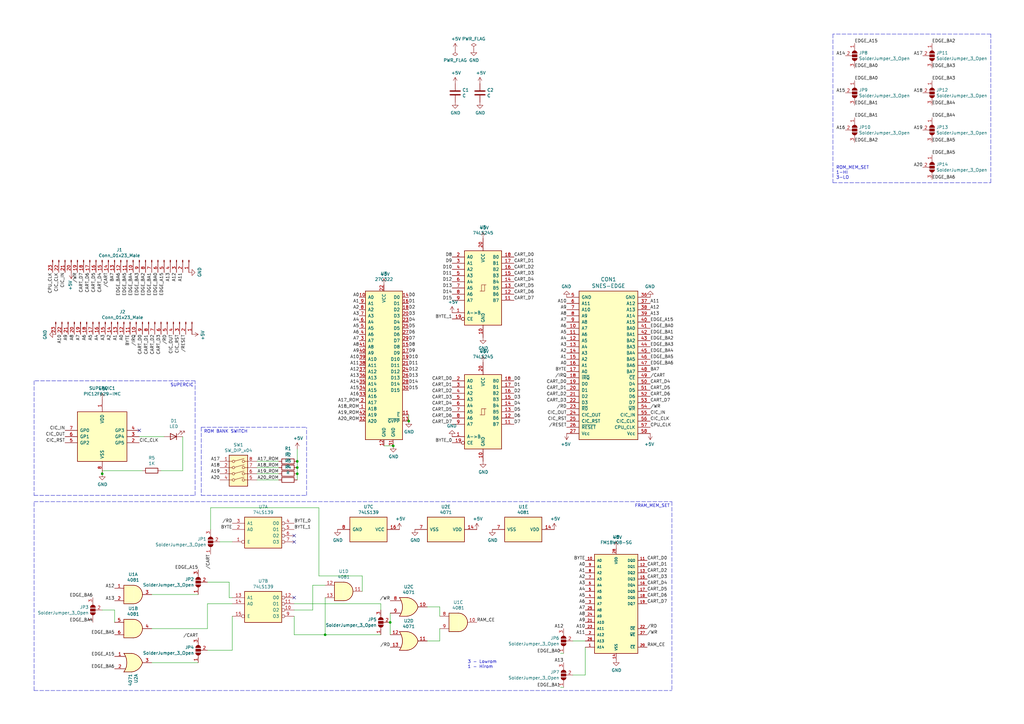
<source format=kicad_sch>
(kicad_sch (version 20211123) (generator eeschema)
  (paper "A3")
  (junction (at 133.35 260.35))
  (junction (at 161.29 182.88))
  (junction (at 121.92 189.23))
  (junction (at 41.91 194.31))
  (junction (at 160.02 255.27))
  (junction (at 121.92 194.31))
  (junction (at 167.64 172.72))
  (junction (at 121.92 191.77))
  (no_connect (at 120.65 222.25))
  (no_connect (at 57.15 176.53))
  (no_connect (at 120.65 219.71))
  (no_connect (at 120.65 245.11))
  (wire (pts (xy 180.34 248.92) (xy 180.34 252.73)))
  (wire (pts (xy 95.25 245.11) (xy 93.98 245.11)))
  (wire (pts (xy 240.03 276.86) (xy 234.95 276.86)))
  (wire (pts (xy 231.14 281.94) (xy 229.87 281.94)))
  (wire (pts (xy 66.04 193.04) (xy 74.93 193.04)))
  (wire (pts (xy 95.25 266.7) (xy 95.25 252.73)))
  (wire (pts (xy 105.41 191.77) (xy 114.3 191.77)))
  (wire (pts (xy 133.35 240.03) (xy 128.27 240.03)))
  (wire (pts (xy 157.48 182.88) (xy 161.29 182.88)))
  (wire (pts (xy 58.42 193.04) (xy 41.91 193.04)))
  (wire (pts (xy 130.81 236.22) (xy 130.81 208.28)))
  (wire (pts (xy 148.59 236.22) (xy 130.81 236.22)))
  (polyline (pts (xy 82.55 175.26) (xy 125.73 175.26)))
  (polyline (pts (xy 275.59 205.74) (xy 275.59 283.21)))
  (polyline (pts (xy 13.97 283.21) (xy 275.59 283.21)))
  (wire (pts (xy 90.17 222.25) (xy 95.25 222.25)))
  (polyline (pts (xy 80.01 203.2) (xy 80.01 156.21)))
  (polyline (pts (xy 406.4 13.97) (xy 341.63 13.97)))
  (wire (pts (xy 120.65 260.35) (xy 120.65 252.73)))
  (wire (pts (xy 130.81 208.28) (xy 86.36 208.28)))
  (wire (pts (xy 121.92 189.23) (xy 121.92 184.15)))
  (wire (pts (xy 41.91 193.04) (xy 41.91 194.31)))
  (wire (pts (xy 121.92 196.85) (xy 121.92 194.31)))
  (polyline (pts (xy 82.55 203.2) (xy 125.73 203.2)))
  (wire (pts (xy 160.02 251.46) (xy 160.02 255.27)))
  (wire (pts (xy 231.14 267.97) (xy 229.87 267.97)))
  (wire (pts (xy 46.99 250.19) (xy 41.91 250.19)))
  (wire (pts (xy 240.03 265.43) (xy 240.03 276.86)))
  (wire (pts (xy 62.23 257.81) (xy 85.09 257.81)))
  (polyline (pts (xy 341.63 74.93) (xy 406.4 74.93)))
  (polyline (pts (xy 80.01 156.21) (xy 13.97 156.21)))
  (wire (pts (xy 105.41 196.85) (xy 114.3 196.85)))
  (wire (pts (xy 175.26 248.92) (xy 180.34 248.92)))
  (wire (pts (xy 57.15 179.07) (xy 67.31 179.07)))
  (polyline (pts (xy 341.63 13.97) (xy 341.63 74.93)))
  (wire (pts (xy 180.34 262.89) (xy 180.34 257.81)))
  (wire (pts (xy 105.41 194.31) (xy 114.3 194.31)))
  (wire (pts (xy 133.35 245.11) (xy 133.35 260.35)))
  (wire (pts (xy 121.92 191.77) (xy 121.92 194.31)))
  (wire (pts (xy 85.09 238.76) (xy 93.98 238.76)))
  (wire (pts (xy 133.35 260.35) (xy 120.65 260.35)))
  (wire (pts (xy 128.27 250.19) (xy 120.65 250.19)))
  (wire (pts (xy 160.02 255.27) (xy 160.02 260.35)))
  (polyline (pts (xy 125.73 203.2) (xy 125.73 175.26)))
  (polyline (pts (xy 13.97 283.21) (xy 13.97 205.74)))
  (polyline (pts (xy 13.97 156.21) (xy 13.97 203.2)))
  (wire (pts (xy 74.93 179.07) (xy 74.93 193.04)))
  (wire (pts (xy 175.26 262.89) (xy 180.34 262.89)))
  (wire (pts (xy 62.23 243.84) (xy 81.28 243.84)))
  (wire (pts (xy 121.92 191.77) (xy 121.92 189.23)))
  (wire (pts (xy 148.59 242.57) (xy 148.59 236.22)))
  (wire (pts (xy 86.36 208.28) (xy 86.36 217.17)))
  (wire (pts (xy 156.21 250.19) (xy 156.21 247.65)))
  (wire (pts (xy 95.25 247.65) (xy 85.09 247.65)))
  (wire (pts (xy 156.21 260.35) (xy 133.35 260.35)))
  (polyline (pts (xy 82.55 175.26) (xy 82.55 203.2)))
  (wire (pts (xy 62.23 271.78) (xy 81.28 271.78)))
  (polyline (pts (xy 13.97 203.2) (xy 80.01 203.2)))
  (wire (pts (xy 128.27 240.03) (xy 128.27 250.19)))
  (wire (pts (xy 167.64 170.18) (xy 167.64 172.72)))
  (wire (pts (xy 85.09 247.65) (xy 85.09 257.81)))
  (wire (pts (xy 156.21 247.65) (xy 120.65 247.65)))
  (wire (pts (xy 85.09 266.7) (xy 95.25 266.7)))
  (wire (pts (xy 234.95 262.89) (xy 240.03 262.89)))
  (wire (pts (xy 46.99 255.27) (xy 46.99 250.19)))
  (polyline (pts (xy 406.4 74.93) (xy 406.4 13.97)))
  (polyline (pts (xy 13.97 205.74) (xy 275.59 205.74)))
  (wire (pts (xy 93.98 245.11) (xy 93.98 238.76)))
  (wire (pts (xy 105.41 189.23) (xy 114.3 189.23)))
  (text "ROM_MEM_SET\n1-HI\n3-LO\n" (at 342.9 73.66 0) (effects (font (size 1.27 1.27)) (justify left bottom)))
  (text "3 - Lowrom\n1 - Hirom" (at 191.77 274.32 0) (effects (font (size 1.27 1.27)) (justify left bottom)))
  (text "ROM BANK SWITCH\n" (at 101.6 177.8 180) (effects (font (size 1.27 1.27)) (justify right bottom)))
  (text "SUPERCIC\n" (at 69.85 158.75 0) (effects (font (size 1.27 1.27)) (justify left bottom)))
  (text "FRAM_MEM_SET\n" (at 260.35 208.28 0) (effects (font (size 1.27 1.27)) (justify left bottom)))
  (label "EDGE_BA3" (at 382.27 33.02 0))
  (label "A10" (at 232.41 124.46 180))
  (label "EDGE_BA2" (at 382.27 17.78 0))
  (label "CART_D5" (at 185.42 168.91 180))
  (label "A18" (at 90.17 191.77 180))
  (label "CART_D3" (at 232.41 165.1 180))
  (label "D12" (at 185.42 115.57 180))
  (label "CART_D4" (at 265.43 240.03 0))
  (label "A17_ROM" (at 147.32 165.1 180))
  (label "D1" (at 167.64 124.46 0))
  (label "CART_D2" (at 232.41 162.56 180))
  (label "D1" (at 210.82 158.75 0))
  (label "A18_ROM" (at 114.3 191.77 180))
  (label "A9" (at 27.94 137.16 270))
  (label "D6" (at 167.64 137.16 0))
  (label "A20" (at 90.17 196.85 180))
  (label "CART_D1" (at 60.96 137.16 270))
  (label "D0" (at 167.64 121.92 0))
  (label "A1" (at 48.26 137.16 270))
  (label "EDGE_BA1" (at 266.7 137.16 0))
  (label "CART_D3" (at 66.04 137.16 270))
  (label "A7" (at 232.41 132.08 180))
  (label "CART_D2" (at 63.5 137.16 270))
  (label "A19" (at 90.17 194.31 180))
  (label "A4" (at 147.32 132.08 180))
  (label "CART_D6" (at 265.43 245.11 0))
  (label "A0" (at 240.03 232.41 180))
  (label "D7" (at 167.64 139.7 0))
  (label "CART_D5" (at 39.37 111.76 270))
  (label "D5" (at 210.82 168.91 0))
  (label "A6" (at 232.41 134.62 180))
  (label "A8" (at 147.32 142.24 180))
  (label "BYTE_1" (at 120.65 217.17 0))
  (label "EDGE_BA5" (at 382.27 63.5 0))
  (label "D13" (at 167.64 154.94 0))
  (label "CART_D0" (at 265.43 229.87 0))
  (label "A4" (at 40.64 137.16 270))
  (label "EDGE_BA3" (at 57.15 111.76 270))
  (label "BYTE" (at 232.41 152.4 180))
  (label "EDGE_BA0" (at 64.77 111.76 270))
  (label "A2" (at 147.32 127 180))
  (label "EDGE_A15" (at 81.28 233.68 180))
  (label "CPU_CLK" (at 21.59 111.76 270))
  (label "CART_D7" (at 34.29 111.76 270))
  (label "CPU_CLK" (at 266.7 175.26 0))
  (label "CIC_RST" (at 73.66 137.16 270))
  (label "CIC_OUT" (at 26.67 179.07 180))
  (label "CART_D5" (at 266.7 160.02 0))
  (label "CART_D5" (at 210.82 118.11 0))
  (label "CART_D7" (at 210.82 123.19 0))
  (label "A12" (at 266.7 127 0))
  (label "A8" (at 232.41 129.54 180))
  (label "A10" (at 25.4 137.16 270))
  (label "{slash}WR" (at 266.7 167.64 0))
  (label "BYTE" (at 53.34 137.16 270))
  (label "CART_D0" (at 58.42 137.16 270))
  (label "A12" (at 231.14 257.81 180))
  (label "EDGE_BA6" (at 38.1 245.11 180))
  (label "D15" (at 185.42 123.19 180))
  (label "A13" (at 147.32 154.94 180))
  (label "CART_D1" (at 265.43 232.41 0))
  (label "{slash}WR" (at 160.02 246.38 180))
  (label "EDGE_BA1" (at 350.52 43.18 0))
  (label "EDGE_A15" (at 266.7 132.08 0))
  (label "EDGE_A15" (at 67.31 111.76 270))
  (label "EDGE_BA5" (at 52.07 111.76 270))
  (label "D3" (at 210.82 163.83 0))
  (label "EDGE_BA4" (at 54.61 111.76 270))
  (label "D8" (at 167.64 142.24 0))
  (label "CIC_IN" (at 26.67 111.76 270))
  (label "EDGE_BA6" (at 382.27 73.66 0))
  (label "BA7" (at 266.7 152.4 0))
  (label "EDGE_BA2" (at 350.52 58.42 0))
  (label "CIC_CLK" (at 266.7 172.72 0))
  (label "A5" (at 232.41 137.16 180))
  (label "A8" (at 240.03 252.73 180))
  (label "A11" (at 240.03 260.35 180))
  (label "RAM_CE" (at 265.43 265.43 0))
  (label "A5" (at 147.32 134.62 180))
  (label "CART_D6" (at 36.83 111.76 270))
  (label "CART_D0" (at 185.42 156.21 180))
  (label "CIC_OUT" (at 232.41 170.18 180))
  (label "EDGE_BA5" (at 46.99 260.35 180))
  (label "EDGE_BA5" (at 382.27 58.42 0))
  (label "A13" (at 46.99 246.38 180))
  (label "A15" (at 346.71 38.1 180))
  (label "A5" (at 38.1 137.16 270))
  (label "BYTE" (at 240.03 229.87 180))
  (label "A17" (at 378.46 22.86 180))
  (label "A3" (at 240.03 240.03 180))
  (label "D2" (at 210.82 161.29 0))
  (label "A3" (at 43.18 137.16 270))
  (label "A0" (at 232.41 149.86 180))
  (label "A1" (at 232.41 147.32 180))
  (label "A15" (at 147.32 160.02 180))
  (label "D6" (at 210.82 171.45 0))
  (label "A11" (at 266.7 124.46 0))
  (label "A18_ROM" (at 147.32 167.64 180))
  (label "CART_D6" (at 185.42 171.45 180))
  (label "A0" (at 50.8 137.16 270))
  (label "D11" (at 167.64 149.86 0))
  (label "BYTE_0" (at 120.65 214.63 0))
  (label "EDGE_BA2" (at 59.69 111.76 270))
  (label "A10" (at 147.32 147.32 180))
  (label "D8" (at 185.42 105.41 180))
  (label "CART_D2" (at 185.42 161.29 180))
  (label "A10" (at 240.03 257.81 180))
  (label "A7" (at 147.32 139.7 180))
  (label "CART_D4" (at 185.42 166.37 180))
  (label "EDGE_BA6" (at 46.99 274.32 180))
  (label "D3" (at 167.64 129.54 0))
  (label "A2" (at 240.03 237.49 180))
  (label "{slash}RD" (at 95.25 214.63 180))
  (label "{slash}WR" (at 31.75 111.76 270))
  (label "CART_D0" (at 232.41 157.48 180))
  (label "A1" (at 147.32 124.46 180))
  (label "CART_D2" (at 210.82 110.49 0))
  (label "CART_D0" (at 210.82 105.41 0))
  (label "BYTE_0" (at 185.42 181.61 180))
  (label "A4" (at 232.41 139.7 180))
  (label "BA7" (at 46.99 111.76 270))
  (label "CART_D2" (at 265.43 234.95 0))
  (label "A3" (at 232.41 142.24 180))
  (label "EDGE_BA3" (at 382.27 27.94 0))
  (label "A7" (at 240.03 250.19 180))
  (label "CIC_IN" (at 266.7 170.18 0))
  (label "{slash}RD" (at 265.43 257.81 0))
  (label "{slash}RESET" (at 76.2 137.16 270))
  (label "A0" (at 147.32 121.92 180))
  (label "EDGE_BA5" (at 266.7 147.32 0))
  (label "A7" (at 33.02 137.16 270))
  (label "A9" (at 147.32 144.78 180))
  (label "EDGE_BA2" (at 266.7 139.7 0))
  (label "A6" (at 147.32 137.16 180))
  (label "A19_ROM" (at 147.32 170.18 180))
  (label "{slash}CART" (at 44.45 111.76 270))
  (label "{slash}RESET" (at 232.41 175.26 180))
  (label "{slash}WR" (at 265.43 260.35 0))
  (label "D12" (at 167.64 152.4 0))
  (label "EDGE_BA6" (at 266.7 149.86 0))
  (label "A12" (at 46.99 241.3 180))
  (label "CART_D3" (at 210.82 113.03 0))
  (label "A1" (at 240.03 234.95 180))
  (label "EDGE_BA4" (at 382.27 43.18 0))
  (label "{slash}CART" (at 266.7 154.94 0))
  (label "A20" (at 378.46 68.58 180))
  (label "EDGE_BA3" (at 266.7 142.24 0))
  (label "EDGE_BA0" (at 350.52 33.02 0))
  (label "A19_ROM" (at 114.3 194.31 180))
  (label "D7" (at 210.82 173.99 0))
  (label "D9" (at 167.64 144.78 0))
  (label "EDGE_BA0" (at 350.52 27.94 0))
  (label "A19" (at 378.46 53.34 180))
  (label "CART_D3" (at 265.43 237.49 0))
  (label "D11" (at 185.42 113.03 180))
  (label "D14" (at 185.42 120.65 180))
  (label "CART_D6" (at 210.82 120.65 0))
  (label "EDGE_BA1" (at 350.52 48.26 0))
  (label "A2" (at 45.72 137.16 270))
  (label "CIC_CLK" (at 57.15 181.61 0))
  (label "A20_ROM" (at 114.3 196.85 180))
  (label "D13" (at 185.42 118.11 180))
  (label "A13" (at 266.7 129.54 0))
  (label "EDGE_BA1" (at 62.23 111.76 270))
  (label "A9" (at 240.03 255.27 180))
  (label "CART_D6" (at 266.7 162.56 0))
  (label "D9" (at 185.42 107.95 180))
  (label "CART_D7" (at 266.7 165.1 0))
  (label "A6" (at 240.03 247.65 180))
  (label "CIC_RST" (at 232.41 172.72 180))
  (label "EDGE_A15" (at 350.52 17.78 0))
  (label "EDGE_BA4" (at 266.7 144.78 0))
  (label "D10" (at 167.64 147.32 0))
  (label "CIC_IN" (at 26.67 176.53 180))
  (label "EDGE_BA0" (at 266.7 134.62 0))
  (label "{slash}RD" (at 160.02 265.43 180))
  (label "A17_ROM" (at 114.3 189.23 180))
  (label "A13" (at 231.14 271.78 180))
  (label "A5" (at 240.03 245.11 180))
  (label "D15" (at 167.64 160.02 0))
  (label "D5" (at 167.64 134.62 0))
  (label "A11" (at 74.93 111.76 270))
  (label "A14" (at 147.32 157.48 180))
  (label "CIC_CLK" (at 24.13 111.76 270))
  (label "A2" (at 232.41 144.78 180))
  (label "A18" (at 378.46 38.1 180))
  (label "CART_D4" (at 266.7 157.48 0))
  (label "A13" (at 69.85 111.76 270))
  (label "EDGE_BA0" (at 229.87 267.97 180))
  (label "{slash}IRQ" (at 232.41 154.94 180))
  (label "A17" (at 90.17 189.23 180))
  (label "CART_D4" (at 41.91 111.76 270))
  (label "D2" (at 167.64 127 0))
  (label "A12" (at 147.32 152.4 180))
  (label "EDGE_BA6" (at 49.53 111.76 270))
  (label "CART_D1" (at 210.82 107.95 0))
  (label "{slash}CART" (at 81.28 261.62 180))
  (label "CART_D1" (at 232.41 160.02 180))
  (label "CART_D7" (at 265.43 247.65 0))
  (label "A11" (at 147.32 149.86 180))
  (label "D4" (at 210.82 166.37 0))
  (label "A16" (at 346.71 53.34 180))
  (label "{slash}RD" (at 68.58 137.16 270))
  (label "EDGE_BA4" (at 382.27 48.26 0))
  (label "D4" (at 167.64 132.08 0))
  (label "A8" (at 30.48 137.16 270))
  (label "BYTE" (at 95.25 217.17 180))
  (label "RAM_CE" (at 195.58 255.27 0))
  (label "A20_ROM" (at 147.32 172.72 180))
  (label "CART_D1" (at 185.42 158.75 180))
  (label "CART_D7" (at 185.42 173.99 180))
  (label "{slash}IRQ" (at 55.88 137.16 270))
  (label "BYTE_1" (at 185.42 130.81 180))
  (label "CART_D3" (at 185.42 163.83 180))
  (label "{slash}CART" (at 86.36 227.33 270))
  (label "EDGE_A15" (at 46.99 269.24 180))
  (label "EDGE_BA1" (at 229.87 281.94 180))
  (label "CIC_RST" (at 26.67 181.61 180))
  (label "A16" (at 147.32 162.56 180))
  (label "D0" (at 210.82 156.21 0))
  (label "D10" (at 185.42 110.49 180))
  (label "{slash}RD" (at 232.41 167.64 180))
  (label "A3" (at 147.32 129.54 180))
  (label "CART_D4" (at 210.82 115.57 0))
  (label "A12" (at 72.39 111.76 270))
  (label "CART_D5" (at 265.43 242.57 0))
  (label "A14" (at 346.71 22.86 180))
  (label "EDGE_BA4" (at 38.1 255.27 180))
  (label "A9" (at 232.41 127 180))
  (label "A6" (at 35.56 137.16 270))
  (label "CIC_OUT" (at 71.12 137.16 270))
  (label "A4" (at 240.03 242.57 180))
  (label "D14" (at 167.64 157.48 0))
  (symbol (lib_id "snes_feram-rescue:27C322-Memory_EPROM") (at 157.48 148.59 0) (unit 1)
    (property "Reference" "U3" (at 157.48 112.2426 0))
    (property "Value" "27C322" (at 157.48 114.554 0))
    (property "Footprint" "Package_DIP:DIP-42_W15.24mm" (effects hide))
  )
  (symbol (lib_id "snes_feram-rescue:SNES-EDGE-db_vgparts") (at 237.49 119.38 0) (unit 1)
    (property "Reference" "CON1" (at 249.555 114.5794 0) (effects (font (size 1.524 1.524))))
    (property "Value" "SNES-EDGE" (at 249.555 117.2718 0) (effects (font (size 1.524 1.524))))
    (property "Footprint" "db-smt:SNES-EDGE-SMALL" (effects hide))
  )
  (symbol (lib_id "74xx:74LS245") (at 198.12 118.11 0) (unit 1)
    (property "Reference" "U5" (at 198.12 93.1926 0))
    (property "Value" "74LS245" (at 198.12 95.504 0))
    (property "Footprint" "Package_SO:SOIC-20W_7.5x12.8mm_P1.27mm" (effects hide))
    (property "Datasheet" "http://www.ti.com/lit/gpn/sn74LS245" (effects hide))
  )
  (symbol (lib_id "74xx:74LS245") (at 198.12 168.91 0) (unit 1)
    (property "Reference" "U6" (at 198.12 143.9926 0))
    (property "Value" "74LS245" (at 198.12 146.304 0))
    (property "Footprint" "Package_SO:SOIC-20W_7.5x12.8mm_P1.27mm" (effects hide))
    (property "Datasheet" "http://www.ti.com/lit/gpn/sn74LS245" (effects hide))
  )
  (symbol (lib_id "power:GND") (at 266.7 121.92 180) (unit 1)
    (property "Reference" "#PWR0101" (effects hide))
    (property "Value" "GND" (at 266.573 117.5258 0))
  )
  (symbol (lib_id "power:GND") (at 232.41 121.92 180) (unit 1)
    (property "Reference" "#PWR0102" (effects hide))
    (property "Value" "GND" (at 232.283 117.5258 0))
  )
  (symbol (lib_id "power:+5V") (at 266.7 177.8 180) (unit 1)
    (property "Reference" "#PWR0103" (effects hide))
    (property "Value" "+5V" (at 266.319 182.1942 0))
  )
  (symbol (lib_id "power:+5V") (at 232.41 177.8 180) (unit 1)
    (property "Reference" "#PWR0104" (effects hide))
    (property "Value" "+5V" (at 232.029 182.1942 0))
  )
  (symbol (lib_id "power:GND") (at 167.64 172.72 0) (unit 1)
    (property "Reference" "#PWR0105" (effects hide))
    (property "Value" "GND" (at 167.767 177.1142 0))
  )
  (symbol (lib_id "power:GND") (at 161.29 182.88 0) (unit 1)
    (property "Reference" "#PWR0106" (effects hide))
    (property "Value" "GND" (at 161.417 187.2742 0))
  )
  (symbol (lib_id "power:GND") (at 22.86 137.16 270) (unit 1)
    (property "Reference" "#PWR0107" (effects hide))
    (property "Value" "GND" (at 18.4658 137.287 0))
  )
  (symbol (lib_id "power:+5V") (at 78.74 137.16 270) (unit 1)
    (property "Reference" "#PWR0108" (effects hide))
    (property "Value" "+5V" (at 83.1342 137.541 0))
  )
  (symbol (lib_id "power:GND") (at 77.47 111.76 90) (unit 1)
    (property "Reference" "#PWR0109" (effects hide))
    (property "Value" "GND" (at 81.8642 111.633 0))
  )
  (symbol (lib_id "power:+5V") (at 29.21 111.76 180) (unit 1)
    (property "Reference" "#PWR0110" (effects hide))
    (property "Value" "+5V" (at 28.829 115.0112 90) (effects (justify left)))
  )
  (symbol (lib_id "power:GND") (at 198.12 189.23 0) (unit 1)
    (property "Reference" "#PWR0111" (effects hide))
    (property "Value" "GND" (at 198.247 193.6242 0))
  )
  (symbol (lib_id "power:GND") (at 198.12 138.43 0) (unit 1)
    (property "Reference" "#PWR0112" (effects hide))
    (property "Value" "GND" (at 198.247 142.8242 0))
  )
  (symbol (lib_id "power:+5V") (at 198.12 148.59 0) (unit 1)
    (property "Reference" "#PWR0116" (effects hide))
    (property "Value" "+5V" (at 198.501 144.1958 0))
  )
  (symbol (lib_id "power:+5V") (at 198.12 97.79 0) (unit 1)
    (property "Reference" "#PWR0117" (effects hide))
    (property "Value" "+5V" (at 198.501 93.3958 0))
  )
  (symbol (lib_id "power:+5V") (at 157.48 116.84 0) (unit 1)
    (property "Reference" "#PWR0119" (effects hide))
    (property "Value" "+5V" (at 157.861 112.4458 0))
  )
  (symbol (lib_id "power:+5V") (at 186.69 20.32 0) (unit 1)
    (property "Reference" "#PWR0122" (effects hide))
    (property "Value" "+5V" (at 187.071 15.9258 0))
  )
  (symbol (lib_id "power:GND") (at 194.31 20.32 0) (unit 1)
    (property "Reference" "#PWR0123" (effects hide))
    (property "Value" "GND" (at 194.437 24.7142 0))
  )
  (symbol (lib_id "power:PWR_FLAG") (at 194.31 20.32 0) (unit 1)
    (property "Reference" "#FLG0101" (effects hide))
    (property "Value" "PWR_FLAG" (at 194.31 15.9258 0))
  )
  (symbol (lib_id "power:PWR_FLAG") (at 186.69 20.32 180) (unit 1)
    (property "Reference" "#FLG0102" (effects hide))
    (property "Value" "PWR_FLAG" (at 186.69 24.7142 0))
  )
  (symbol (lib_id "power:+5V") (at 185.42 128.27 0) (unit 1)
    (property "Reference" "#PWR0125" (effects hide))
    (property "Value" "+5V" (at 185.801 123.8758 0))
  )
  (symbol (lib_id "power:GND") (at 185.42 179.07 180) (unit 1)
    (property "Reference" "#PWR0124" (effects hide))
    (property "Value" "GND" (at 185.293 174.6758 0))
  )
  (symbol (lib_id "Connector:Conn_01x23_Male") (at 49.53 106.68 270) (unit 1)
    (property "Reference" "J1" (at 48.9712 102.489 90))
    (property "Value" "Conn_01x23_Male" (at 48.9712 104.8004 90))
    (property "Footprint" "Connector_PinSocket_2.54mm:PinSocket_1x23_P2.54mm_Vertical" (effects hide))
  )
  (symbol (lib_id "Connector:Conn_01x23_Male") (at 50.8 132.08 270) (unit 1)
    (property "Reference" "J2" (at 50.2412 127.889 90))
    (property "Value" "Conn_01x23_Male" (at 50.2412 130.2004 90))
    (property "Footprint" "Connector_PinSocket_2.54mm:PinSocket_1x23_P2.54mm_Vertical" (effects hide))
  )
  (symbol (lib_id "Device:C") (at 186.69 38.1 0) (unit 1)
    (property "Reference" "C1" (at 189.611 36.9316 0) (effects (justify left)))
    (property "Value" "C" (at 189.611 39.243 0) (effects (justify left)))
    (property "Footprint" "Capacitor_THT:C_Disc_D5.0mm_W2.5mm_P2.50mm" (effects hide))
  )
  (symbol (lib_id "power:GND") (at 186.69 41.91 0) (unit 1)
    (property "Reference" "#PWR0126" (effects hide))
    (property "Value" "GND" (at 186.817 46.3042 0))
  )
  (symbol (lib_id "power:+5V") (at 186.69 34.29 0) (unit 1)
    (property "Reference" "#PWR0127" (effects hide))
    (property "Value" "+5V" (at 187.071 29.8958 0))
  )
  (symbol (lib_id "Device:C") (at 196.85 38.1 0) (unit 1)
    (property "Reference" "C2" (at 199.771 36.9316 0) (effects (justify left)))
    (property "Value" "C" (at 199.771 39.243 0) (effects (justify left)))
    (property "Footprint" "Capacitor_THT:C_Disc_D5.0mm_W2.5mm_P2.50mm" (effects hide))
  )
  (symbol (lib_id "power:GND") (at 196.85 41.91 0) (unit 1)
    (property "Reference" "#PWR02" (effects hide))
    (property "Value" "GND" (at 196.977 46.3042 0))
  )
  (symbol (lib_id "power:+5V") (at 196.85 34.29 0) (unit 1)
    (property "Reference" "#PWR01" (effects hide))
    (property "Value" "+5V" (at 197.231 29.8958 0))
  )
  (symbol (lib_id "74xx:74LS139") (at 107.95 217.17 0) (unit 1)
    (property "Reference" "U7" (at 107.95 207.8482 0))
    (property "Value" "74LS139" (at 107.95 210.1596 0))
    (property "Footprint" "Package_SO:SOIC-16_3.9x9.9mm_P1.27mm" (effects hide))
    (property "Datasheet" "http://www.ti.com/lit/ds/symlink/sn74ls139a.pdf" (effects hide))
  )
  (symbol (lib_id "4xxx:4081") (at 54.61 243.84 0) (unit 1)
    (property "Reference" "U1" (at 54.61 235.585 0))
    (property "Value" "4081" (at 54.61 237.8964 0))
    (property "Footprint" "Package_SO:SOIC-14_3.9x8.7mm_P1.27mm" (effects hide))
    (property "Datasheet" "http://www.intersil.com/content/dam/Intersil/documents/cd40/cd4073bms-81bms-82bms.pdf" (effects hide))
  )
  (symbol (lib_id "4xxx:4081") (at 54.61 257.81 0) (unit 2)
    (property "Reference" "U1" (at 54.61 249.555 0))
    (property "Value" "4081" (at 54.61 251.8664 0))
    (property "Footprint" "Package_SO:SOIC-14_3.9x8.7mm_P1.27mm" (effects hide))
    (property "Datasheet" "http://www.intersil.com/content/dam/Intersil/documents/cd40/cd4073bms-81bms-82bms.pdf" (effects hide))
  )
  (symbol (lib_id "4xxx:4071") (at 54.61 271.78 0) (unit 1)
    (property "Reference" "U2" (at 55.7784 276.352 90) (effects (justify right)))
    (property "Value" "4071" (at 53.467 276.352 90) (effects (justify right)))
    (property "Footprint" "Package_SO:SOIC-14_3.9x8.7mm_P1.27mm" (effects hide))
    (property "Datasheet" "http://www.intersil.com/content/dam/Intersil/documents/cd40/cd4071bms-72bms-75bms.pdf" (effects hide))
  )
  (symbol (lib_id "4xxx:4071") (at 167.64 248.92 0) (unit 3)
    (property "Reference" "U2" (at 167.64 240.665 0))
    (property "Value" "4071" (at 167.64 242.9764 0))
    (property "Footprint" "Package_SO:SOIC-14_3.9x8.7mm_P1.27mm" (effects hide))
    (property "Datasheet" "http://www.intersil.com/content/dam/Intersil/documents/cd40/cd4071bms-72bms-75bms.pdf" (effects hide))
  )
  (symbol (lib_id "4xxx:4071") (at 167.64 262.89 0) (unit 4)
    (property "Reference" "U2" (at 167.64 254.635 0))
    (property "Value" "4071" (at 167.64 256.9464 0))
    (property "Footprint" "Package_SO:SOIC-14_3.9x8.7mm_P1.27mm" (effects hide))
    (property "Datasheet" "http://www.intersil.com/content/dam/Intersil/documents/cd40/cd4071bms-72bms-75bms.pdf" (effects hide))
  )
  (symbol (lib_id "4xxx:4081") (at 187.96 255.27 0) (unit 3)
    (property "Reference" "U1" (at 187.96 247.015 0))
    (property "Value" "4081" (at 187.96 249.3264 0))
    (property "Footprint" "Package_SO:SOIC-14_3.9x8.7mm_P1.27mm" (effects hide))
    (property "Datasheet" "http://www.intersil.com/content/dam/Intersil/documents/cd40/cd4073bms-81bms-82bms.pdf" (effects hide))
  )
  (symbol (lib_id "snes_feram-rescue:FM18W08-SG-memory") (at 252.73 247.65 0) (unit 1)
    (property "Reference" "U8" (at 252.73 220.1926 0))
    (property "Value" "FM18W08-SG" (at 252.73 222.504 0))
    (property "Footprint" "Package_SO:SOIC-28W_7.5x17.9mm_P1.27mm" (effects hide))
    (property "Datasheet" "http://www.cypress.com/?mpn=FM18W08-SG" (effects hide))
  )
  (symbol (lib_id "power:+5V") (at 252.73 224.79 0) (unit 1)
    (property "Reference" "#PWR06" (effects hide))
    (property "Value" "+5V" (at 253.111 220.3958 0))
  )
  (symbol (lib_id "power:GND") (at 252.73 270.51 0) (unit 1)
    (property "Reference" "#PWR07" (effects hide))
    (property "Value" "GND" (at 252.857 274.9042 0))
  )
  (symbol (lib_id "snes_feram-rescue:SolderJumper_3_Open-Jumper") (at 156.21 255.27 90) (unit 1)
    (property "Reference" "JP5" (at 154.5082 254.1016 90) (effects (justify left)))
    (property "Value" "SolderJumper_3_Open" (at 154.5082 256.413 90) (effects (justify left)))
    (property "Footprint" "Jumper:SolderJumper-3_P1.3mm_Open_RoundedPad1.0x1.5mm" (effects hide))
  )
  (symbol (lib_id "snes_feram-rescue:SolderJumper_3_Open-Jumper") (at 81.28 266.7 90) (unit 1)
    (property "Reference" "JP4" (at 79.5782 265.5316 90) (effects (justify left)))
    (property "Value" "SolderJumper_3_Open" (at 79.5782 267.843 90) (effects (justify left)))
    (property "Footprint" "Jumper:SolderJumper-3_P1.3mm_Open_RoundedPad1.0x1.5mm" (effects hide))
  )
  (symbol (lib_id "snes_feram-rescue:SolderJumper_3_Open-Jumper") (at 81.28 238.76 90) (unit 1)
    (property "Reference" "JP2" (at 79.5782 237.5916 90) (effects (justify left)))
    (property "Value" "SolderJumper_3_Open" (at 79.5782 239.903 90) (effects (justify left)))
    (property "Footprint" "Jumper:SolderJumper-3_P1.3mm_Open_RoundedPad1.0x1.5mm" (effects hide))
  )
  (symbol (lib_id "snes_feram-rescue:SolderJumper_3_Open-Jumper") (at 86.36 222.25 90) (unit 1)
    (property "Reference" "JP1" (at 84.6582 221.0816 90) (effects (justify left)))
    (property "Value" "SolderJumper_3_Open" (at 84.6582 223.393 90) (effects (justify left)))
    (property "Footprint" "Jumper:SolderJumper-3_P1.3mm_Open_RoundedPad1.0x1.5mm" (effects hide))
  )
  (symbol (lib_id "74xx:74LS139") (at 107.95 247.65 0) (unit 2)
    (property "Reference" "U7" (at 107.95 238.3282 0))
    (property "Value" "74LS139" (at 107.95 240.6396 0))
    (property "Footprint" "Package_SO:SOIC-16_3.9x9.9mm_P1.27mm" (effects hide))
    (property "Datasheet" "http://www.ti.com/lit/ds/symlink/sn74ls139a.pdf" (effects hide))
  )
  (symbol (lib_id "snes_feram-rescue:SolderJumper_3_Open-Jumper") (at 231.14 262.89 90) (unit 1)
    (property "Reference" "JP6" (at 229.4382 261.7216 90) (effects (justify left)))
    (property "Value" "SolderJumper_3_Open" (at 229.4382 264.033 90) (effects (justify left)))
    (property "Footprint" "Jumper:SolderJumper-3_P1.3mm_Open_RoundedPad1.0x1.5mm" (effects hide))
  )
  (symbol (lib_id "snes_feram-rescue:SolderJumper_3_Open-Jumper") (at 231.14 276.86 90) (unit 1)
    (property "Reference" "JP7" (at 229.4382 275.6916 90) (effects (justify left)))
    (property "Value" "SolderJumper_3_Open" (at 229.4382 278.003 90) (effects (justify left)))
    (property "Footprint" "Jumper:SolderJumper-3_P1.3mm_Open_RoundedPad1.0x1.5mm" (effects hide))
  )
  (symbol (lib_id "snes_feram-rescue:SolderJumper_3_Open-Jumper") (at 350.52 22.86 270) (unit 1)
    (property "Reference" "JP8" (at 352.2472 21.6916 90) (effects (justify left)))
    (property "Value" "SolderJumper_3_Open" (at 352.2472 24.003 90) (effects (justify left)))
    (property "Footprint" "Jumper:SolderJumper-3_P1.3mm_Open_RoundedPad1.0x1.5mm" (effects hide))
  )
  (symbol (lib_id "snes_feram-rescue:SolderJumper_3_Open-Jumper") (at 350.52 38.1 270) (unit 1)
    (property "Reference" "JP9" (at 352.2472 36.9316 90) (effects (justify left)))
    (property "Value" "SolderJumper_3_Open" (at 352.2472 39.243 90) (effects (justify left)))
    (property "Footprint" "Jumper:SolderJumper-3_P1.3mm_Open_RoundedPad1.0x1.5mm" (effects hide))
  )
  (symbol (lib_id "snes_feram-rescue:SolderJumper_3_Open-Jumper") (at 350.52 53.34 270) (unit 1)
    (property "Reference" "JP10" (at 352.2472 52.1716 90) (effects (justify left)))
    (property "Value" "SolderJumper_3_Open" (at 352.2472 54.483 90) (effects (justify left)))
    (property "Footprint" "Jumper:SolderJumper-3_P1.3mm_Open_RoundedPad1.0x1.5mm" (effects hide))
  )
  (symbol (lib_id "snes_feram-rescue:SolderJumper_3_Open-Jumper") (at 382.27 22.86 270) (unit 1)
    (property "Reference" "JP11" (at 383.9972 21.6916 90) (effects (justify left)))
    (property "Value" "SolderJumper_3_Open" (at 383.9972 24.003 90) (effects (justify left)))
    (property "Footprint" "Jumper:SolderJumper-3_P1.3mm_Open_RoundedPad1.0x1.5mm" (effects hide))
  )
  (symbol (lib_id "snes_feram-rescue:SolderJumper_3_Open-Jumper") (at 382.27 38.1 270) (unit 1)
    (property "Reference" "JP12" (at 383.9972 36.9316 90) (effects (justify left)))
    (property "Value" "SolderJumper_3_Open" (at 383.9972 39.243 90) (effects (justify left)))
    (property "Footprint" "Jumper:SolderJumper-3_P1.3mm_Open_RoundedPad1.0x1.5mm" (effects hide))
  )
  (symbol (lib_id "snes_feram-rescue:SolderJumper_3_Open-Jumper") (at 382.27 53.34 270) (unit 1)
    (property "Reference" "JP13" (at 383.9972 52.1716 90) (effects (justify left)))
    (property "Value" "SolderJumper_3_Open" (at 383.9972 54.483 90) (effects (justify left)))
    (property "Footprint" "Jumper:SolderJumper-3_P1.3mm_Open_RoundedPad1.0x1.5mm" (effects hide))
  )
  (symbol (lib_id "snes_feram-rescue:SolderJumper_3_Open-Jumper") (at 382.27 68.58 270) (unit 1)
    (property "Reference" "JP14" (at 383.9972 67.4116 90) (effects (justify left)))
    (property "Value" "SolderJumper_3_Open" (at 383.9972 69.723 90) (effects (justify left)))
    (property "Footprint" "Jumper:SolderJumper-3_P1.3mm_Open_RoundedPad1.0x1.5mm" (effects hide))
  )
  (symbol (lib_id "snes_feram-rescue:SolderJumper_3_Open-Jumper") (at 38.1 250.19 90) (unit 1)
    (property "Reference" "JP3" (at 36.3982 249.0216 90) (effects (justify left)))
    (property "Value" "SolderJumper_3_Open" (at 36.3982 251.333 90) (effects (justify left)))
    (property "Footprint" "Jumper:SolderJumper-3_P1.3mm_Open_RoundedPad1.0x1.5mm" (effects hide))
  )
  (symbol (lib_id "MCU_Microchip_PIC12:PIC12F629-IMC") (at 41.91 179.07 0) (unit 1)
    (property "Reference" "SUPERCIC1" (at 41.91 159.2326 0))
    (property "Value" "PIC12F629-IMC" (at 41.91 161.544 0))
    (property "Footprint" "Package_DIP:DIP-8_W7.62mm" (effects hide))
    (property "Datasheet" "http://ww1.microchip.com/downloads/en/DeviceDoc/41190G.pdf" (effects hide))
  )
  (symbol (lib_id "power:GND") (at 41.91 194.31 0) (unit 1)
    (property "Reference" "#PWR04" (effects hide))
    (property "Value" "GND" (at 42.037 198.7042 0))
  )
  (symbol (lib_id "power:+5V") (at 41.91 163.83 0) (unit 1)
    (property "Reference" "#PWR03" (effects hide))
    (property "Value" "+5V" (at 42.291 159.4358 0))
  )
  (symbol (lib_id "Device:LED") (at 71.12 179.07 180) (unit 1)
    (property "Reference" "D1" (at 71.2978 172.593 0))
    (property "Value" "LED" (at 71.2978 174.9044 0))
    (property "Footprint" "LED_THT:LED_D3.0mm" (effects hide))
  )
  (symbol (lib_id "Switch:SW_DIP_x04") (at 97.79 194.31 0) (unit 1)
    (property "Reference" "SW1" (at 97.79 182.4482 0))
    (property "Value" "SW_DIP_x04" (at 97.79 184.7596 0))
    (property "Footprint" "Button_Switch_THT:SW_DIP_SPSTx04_Slide_9.78x12.34mm_W7.62mm_P2.54mm" (effects hide))
  )
  (symbol (lib_id "Device:R") (at 118.11 189.23 270) (unit 1)
    (property "Reference" "R1" (at 118.11 183.9722 90))
    (property "Value" "R" (at 118.11 186.2836 90))
    (property "Footprint" "Resistor_THT:R_Axial_DIN0207_L6.3mm_D2.5mm_P7.62mm_Horizontal" (effects hide))
  )
  (symbol (lib_id "Device:R") (at 118.11 191.77 270) (unit 1)
    (property "Reference" "R2" (at 118.11 186.5122 90))
    (property "Value" "R" (at 118.11 188.8236 90))
    (property "Footprint" "Resistor_THT:R_Axial_DIN0207_L6.3mm_D2.5mm_P7.62mm_Horizontal" (effects hide))
  )
  (symbol (lib_id "Device:R") (at 118.11 194.31 270) (unit 1)
    (property "Reference" "R3" (at 118.11 189.0522 90))
    (property "Value" "R" (at 118.11 191.3636 90))
    (property "Footprint" "Resistor_THT:R_Axial_DIN0207_L6.3mm_D2.5mm_P7.62mm_Horizontal" (effects hide))
  )
  (symbol (lib_id "Device:R") (at 118.11 196.85 270) (unit 1)
    (property "Reference" "R4" (at 118.11 191.5922 90))
    (property "Value" "R" (at 118.11 193.9036 90))
    (property "Footprint" "Resistor_THT:R_Axial_DIN0207_L6.3mm_D2.5mm_P7.62mm_Horizontal" (effects hide))
  )
  (symbol (lib_id "power:+5V") (at 121.92 184.15 0) (unit 1)
    (property "Reference" "#PWR05" (effects hide))
    (property "Value" "+5V" (at 122.301 179.7558 0))
  )
  (symbol (lib_id "74xx:74LS139") (at 151.13 217.17 270) (unit 3)
    (property "Reference" "U7" (at 151.13 207.8482 90))
    (property "Value" "74LS139" (at 151.13 210.1596 90))
    (property "Footprint" "Package_SO:SOIC-16_3.9x9.9mm_P1.27mm" (effects hide))
    (property "Datasheet" "http://www.ti.com/lit/ds/symlink/sn74ls139a.pdf" (effects hide))
  )
  (symbol (lib_id "4xxx:4071") (at 182.88 217.17 270) (unit 5)
    (property "Reference" "U2" (at 182.88 207.8482 90))
    (property "Value" "4071" (at 182.88 210.1596 90))
    (property "Footprint" "Package_SO:SOIC-14_3.9x8.7mm_P1.27mm" (effects hide))
    (property "Datasheet" "http://www.intersil.com/content/dam/Intersil/documents/cd40/cd4071bms-72bms-75bms.pdf" (effects hide))
  )
  (symbol (lib_id "4xxx:4081") (at 214.63 217.17 270) (unit 5)
    (property "Reference" "U1" (at 214.63 207.8482 90))
    (property "Value" "4081" (at 214.63 210.1596 90))
    (property "Footprint" "Package_SO:SOIC-14_3.9x8.7mm_P1.27mm" (effects hide))
    (property "Datasheet" "http://www.intersil.com/content/dam/Intersil/documents/cd40/cd4073bms-81bms-82bms.pdf" (effects hide))
  )
  (symbol (lib_id "power:GND") (at 201.93 217.17 0) (unit 1)
    (property "Reference" "#PWR012" (effects hide))
    (property "Value" "GND" (at 202.057 221.5642 0))
  )
  (symbol (lib_id "power:GND") (at 170.18 217.17 0) (unit 1)
    (property "Reference" "#PWR010" (effects hide))
    (property "Value" "GND" (at 170.307 221.5642 0))
  )
  (symbol (lib_id "power:GND") (at 138.43 217.17 0) (unit 1)
    (property "Reference" "#PWR08" (effects hide))
    (property "Value" "GND" (at 138.557 221.5642 0))
  )
  (symbol (lib_id "power:+5V") (at 227.33 217.17 0) (unit 1)
    (property "Reference" "#PWR013" (effects hide))
    (property "Value" "+5V" (at 227.711 212.7758 0))
  )
  (symbol (lib_id "power:+5V") (at 195.58 217.17 0) (unit 1)
    (property "Reference" "#PWR011" (effects hide))
    (property "Value" "+5V" (at 195.961 212.7758 0))
  )
  (symbol (lib_id "power:+5V") (at 163.83 217.17 0) (unit 1)
    (property "Reference" "#PWR09" (effects hide))
    (property "Value" "+5V" (at 164.211 212.7758 0))
  )
  (symbol (lib_id "4xxx:4081") (at 140.97 242.57 0) (unit 4)
    (property "Reference" "U1" (at 140.97 234.315 0))
    (property "Value" "4081" (at 140.97 236.6264 0))
    (property "Footprint" "Package_SO:SOIC-14_3.9x8.7mm_P1.27mm" (effects hide))
    (property "Datasheet" "http://www.intersil.com/content/dam/Intersil/documents/cd40/cd4073bms-81bms-82bms.pdf" (effects hide))
  )
  (symbol (lib_id "Device:R") (at 62.23 193.04 270) (unit 1)
    (property "Reference" "R5" (at 62.23 187.7822 90))
    (property "Value" "1K" (at 62.23 190.0936 90))
    (property "Footprint" "Resistor_THT:R_Axial_DIN0207_L6.3mm_D2.5mm_P7.62mm_Horizontal" (effects hide))
  )
)
</source>
